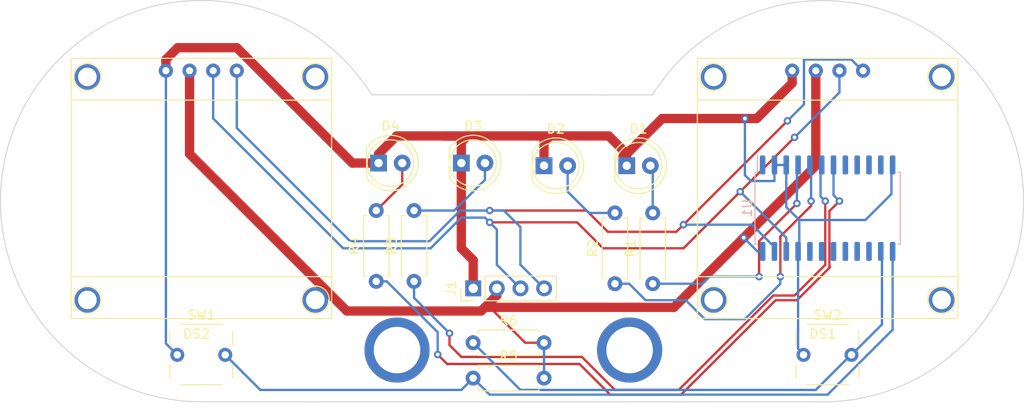
<source format=kicad_pcb>
(kicad_pcb (version 20211014) (generator pcbnew)
  (layers (0 "F.Cu" signal) (31 "B.Cu" signal) (34 "B.Paste" user) (35 "F.Paste" user) (36 "B.SilkS" user "B.Silkscreen") (37 "F.SilkS" user "F.Silkscreen") (38 "B.Mask" user) (39 "F.Mask" user) (44 "Edge.Cuts" user))
  (net 0 "")
  (net 1 "GND")
  (net 2 "SCL")
  (net 3 "SDA")
  (net 4 "Net-(D1-Pad2)")
  (net 5 "Net-(D2-Pad2)")
  (net 6 "Net-(D3-Pad2)")
  (net 7 "Net-(D4-Pad2)")
  (net 8 "Net-(R1-Pad1)")
  (net 9 "Net-(R2-Pad1)")
  (net 10 "Net-(R3-Pad1)")
  (net 11 "Net-(R4-Pad1)")
  (net 12 "Net-(R5-Pad1)")
  (net 13 "Net-(R6-Pad1)")
  (net 25 "+3V3")
  (footprint "Button_Switch_THT:SW_PUSH_6mm_2pin" (layer "F.Cu") (at 57.751717 37.68)
    (fp_text reference "SW2" (at 3.25 -2) (layer "F.SilkS"))
    (fp_text value "SW_Push")
    (fp_line (start 5.5 -1) (end 1 -1) (layer "F.SilkS") (width 0.12))
    (fp_line (start -0.1524 3.326) (end -0.1524 4.826) (layer "F.SilkS") (width 0.12))
    (fp_line (start 6.604 1.246) (end 6.604 -0.254) (layer "F.SilkS") (width 0.12))
    (fp_line (start 1 5.5) (end 5.5 5.5) (layer "F.SilkS") (width 0.12))
    (fp_line (start 6.604 4.826) (end 6.604 3.326) (layer "F.SilkS") (width 0.12))
    (fp_line (start -0.1524 -0.254) (end -0.1524 1.246) (layer "F.SilkS") (width 0.12))
    (pad "1" thru_hole circle (at 5.8166 2.286 90) (size 1.5 1.5) (drill 0.8) (layers *.Cu *.Mask) (net 13 "Net-(R6-Pad1)"))
    (pad "2" thru_hole circle (at 0.6604 2.286 90) (size 1.5 1.5) (drill 0.8) (layers *.Cu *.Mask) (net 1 "GND"))
  )
  (footprint "Resistor_THT:R_Axial_DIN0207_L6.3mm_D2.5mm_P7.62mm_Horizontal" (layer "F.Cu") (at 16.551717 32.056 90)
    (fp_text reference "R3" (at 3.81 -2.37 90) (layer "F.SilkS"))
    (fp_text value "470")
    (fp_line (start 7.08 1.37) (end 7.08 1.04) (layer "F.SilkS") (width 0.12))
    (fp_line (start 0.54 1.37) (end 7.08 1.37) (layer "F.SilkS") (width 0.12))
    (fp_line (start 7.08 -1.37) (end 7.08 -1.04) (layer "F.SilkS") (width 0.12))
    (fp_line (start 0.54 -1.04) (end 0.54 -1.37) (layer "F.SilkS") (width 0.12))
    (fp_line (start 0.54 -1.37) (end 7.08 -1.37) (layer "F.SilkS") (width 0.12))
    (fp_line (start 0.54 1.04) (end 0.54 1.37) (layer "F.SilkS") (width 0.12))
    (pad "1" thru_hole circle (at 0 0 90) (size 1.6 1.6) (drill 0.8) (layers *.Cu *.Mask) (net 10 "Net-(R3-Pad1)"))
    (pad "2" thru_hole oval (at 7.62 0 90) (size 1.6 1.6) (drill 0.8) (layers *.Cu *.Mask) (net 6 "Net-(D3-Pad2)"))
  )
  (footprint "LED_THT:LED_D5.0mm" (layer "F.Cu") (at 21.631717 19.325)
    (fp_text reference "D3" (at 1.27 -3.96) (layer "F.SilkS"))
    (fp_text value "LED")
    (fp_line (start -1.29 -1.545) (end -1.29 1.545) (layer "F.SilkS") (width 0.12))
    (fp_arc (start 4.26 -0.000462) (mid 2.072002 2.880433) (end -1.29 1.54483) (layer "F.SilkS") (width 0.12))
    (fp_arc (start -1.29 -1.54483) (mid 2.072002 -2.880433) (end 4.26 0.000462) (layer "F.SilkS") (width 0.12))
    (fp_circle (center 1.27 0) (end 3.77 0) (layer "F.SilkS") (width 0.12) (fill none))
    (pad "1" thru_hole rect (at 0 0) (size 1.8 1.8) (drill 0.9) (layers *.Cu *.Mask) (net 1 "GND"))
    (pad "2" thru_hole circle (at 2.54 0) (size 1.8 1.8) (drill 0.9) (layers *.Cu *.Mask) (net 6 "Net-(D3-Pad2)"))
  )
  (footprint "Button_Switch_THT:SW_PUSH_6mm_2pin" (layer "F.Cu") (at -9.558283 37.68)
    (fp_text reference "SW1" (at 3.25 -2) (layer "F.SilkS"))
    (fp_text value "SW_Push")
    (fp_line (start -0.1524 -0.254) (end -0.1524 1.246) (layer "F.SilkS") (width 0.12))
    (fp_line (start 6.604 4.826) (end 6.604 3.326) (layer "F.SilkS") (width 0.12))
    (fp_line (start 6.604 1.246) (end 6.604 -0.254) (layer "F.SilkS") (width 0.12))
    (fp_line (start 5.5 -1) (end 1 -1) (layer "F.SilkS") (width 0.12))
    (fp_line (start -0.1524 3.326) (end -0.1524 4.826) (layer "F.SilkS") (width 0.12))
    (fp_line (start 1 5.5) (end 5.5 5.5) (layer "F.SilkS") (width 0.12))
    (pad "1" thru_hole circle (at 5.8166 2.286 90) (size 1.5 1.5) (drill 0.8) (layers *.Cu *.Mask) (net 12 "Net-(R5-Pad1)"))
    (pad "2" thru_hole circle (at 0.6604 2.286 90) (size 1.5 1.5) (drill 0.8) (layers *.Cu *.Mask) (net 1 "GND"))
  )
  (footprint "LED_THT:LED_D5.0mm" (layer "F.Cu") (at 39.411717 19.61)
    (fp_text reference "D1" (at 1.27 -3.96) (layer "F.SilkS"))
    (fp_text value "LED")
    (fp_line (start -1.29 -1.545) (end -1.29 1.545) (layer "F.SilkS") (width 0.12))
    (fp_arc (start 4.26 -0.000462) (mid 2.072002 2.880433) (end -1.29 1.54483) (layer "F.SilkS") (width 0.12))
    (fp_arc (start -1.29 -1.54483) (mid 2.072002 -2.880433) (end 4.26 0.000462) (layer "F.SilkS") (width 0.12))
    (fp_circle (center 1.27 0) (end 3.77 0) (layer "F.SilkS") (width 0.12) (fill none))
    (pad "1" thru_hole rect (at 0 0) (size 1.8 1.8) (drill 0.9) (layers *.Cu *.Mask) (net 1 "GND"))
    (pad "2" thru_hole circle (at 2.54 0) (size 1.8 1.8) (drill 0.9) (layers *.Cu *.Mask) (net 4 "Net-(D1-Pad2)"))
  )
  (footprint "Connector_PinHeader_2.54mm:PinHeader_1x04_P2.54mm_Vertical" (layer "F.Cu") (at 22.911717 32.81 90)
    (fp_text reference "J1" (at 0 -2.33 90) (layer "F.SilkS"))
    (fp_text value "Conn_02x04_Counter_Clockwise")
    (fp_line (start -1.33 0) (end -1.33 -1.33) (layer "F.SilkS") (width 0.12))
    (fp_line (start -1.33 1.27) (end -1.33 8.95) (layer "F.SilkS") (width 0.12))
    (fp_line (start -1.33 8.95) (end 1.33 8.95) (layer "F.SilkS") (width 0.12))
    (fp_line (start -1.33 1.27) (end 1.33 1.27) (layer "F.SilkS") (width 0.12))
    (fp_line (start -1.33 -1.33) (end 0 -1.33) (layer "F.SilkS") (width 0.12))
    (fp_line (start 1.33 1.27) (end 1.33 8.95) (layer "F.SilkS") (width 0.12))
    (pad "1" thru_hole rect (at 0 0 90) (size 1.7 1.7) (drill 1) (layers *.Cu *.Mask) (net 1 "GND"))
    (pad "2" thru_hole oval (at 0 2.54 90) (size 1.7 1.7) (drill 1) (layers *.Cu *.Mask) (net 25 "+3V3"))
    (pad "3" thru_hole oval (at 0 5.08 90) (size 1.7 1.7) (drill 1) (layers *.Cu *.Mask) (net 2 "SCL"))
    (pad "4" thru_hole oval (at 0 7.62 90) (size 1.7 1.7) (drill 1) (layers *.Cu *.Mask) (net 3 "SDA"))
  )
  (footprint "Resistor_THT:R_Axial_DIN0207_L6.3mm_D2.5mm_P7.62mm_Horizontal" (layer "F.Cu") (at 42.205717 32.31 90)
    (fp_text reference "R1" (at 3.81 -2.37 90) (layer "F.SilkS"))
    (fp_text value "470")
    (fp_line (start 0.54 -1.04) (end 0.54 -1.37) (layer "F.SilkS") (width 0.12))
    (fp_line (start 7.08 -1.37) (end 7.08 -1.04) (layer "F.SilkS") (width 0.12))
    (fp_line (start 7.08 1.37) (end 7.08 1.04) (layer "F.SilkS") (width 0.12))
    (fp_line (start 0.54 1.37) (end 7.08 1.37) (layer "F.SilkS") (width 0.12))
    (fp_line (start 0.54 1.04) (end 0.54 1.37) (layer "F.SilkS") (width 0.12))
    (fp_line (start 0.54 -1.37) (end 7.08 -1.37) (layer "F.SilkS") (width 0.12))
    (pad "1" thru_hole circle (at 0 0 90) (size 1.6 1.6) (drill 0.8) (layers *.Cu *.Mask) (net 8 "Net-(R1-Pad1)"))
    (pad "2" thru_hole oval (at 7.62 0 90) (size 1.6 1.6) (drill 0.8) (layers *.Cu *.Mask) (net 4 "Net-(D1-Pad2)"))
  )
  (footprint "LED_THT:LED_D5.0mm" (layer "F.Cu") (at 30.521717 19.61)
    (fp_text reference "D2" (at 1.27 -3.96) (layer "F.SilkS"))
    (fp_text value "LED")
    (fp_line (start -1.29 -1.545) (end -1.29 1.545) (layer "F.SilkS") (width 0.12))
    (fp_arc (start -1.29 -1.54483) (mid 2.072002 -2.880433) (end 4.26 0.000462) (layer "F.SilkS") (width 0.12))
    (fp_arc (start 4.26 -0.000462) (mid 2.072002 2.880433) (end -1.29 1.54483) (layer "F.SilkS") (width 0.12))
    (fp_circle (center 1.27 0) (end 3.77 0) (layer "F.SilkS") (width 0.12) (fill none))
    (pad "1" thru_hole rect (at 0 0) (size 1.8 1.8) (drill 0.9) (layers *.Cu *.Mask) (net 1 "GND"))
    (pad "2" thru_hole circle (at 2.54 0) (size 1.8 1.8) (drill 0.9) (layers *.Cu *.Mask) (net 5 "Net-(D2-Pad2)"))
  )
  (footprint "Resistor_THT:R_Axial_DIN0207_L6.3mm_D2.5mm_P7.62mm_Horizontal" (layer "F.Cu") (at 22.901717 38.66)
    (fp_text reference "R6" (at 3.81 -2.37) (layer "F.SilkS"))
    (fp_text value "R")
    (fp_line (start 0.54 -1.37) (end 7.08 -1.37) (layer "F.SilkS") (width 0.12))
    (fp_line (start 0.54 -1.04) (end 0.54 -1.37) (layer "F.SilkS") (width 0.12))
    (fp_line (start 0.54 1.37) (end 7.08 1.37) (layer "F.SilkS") (width 0.12))
    (fp_line (start 7.08 1.37) (end 7.08 1.04) (layer "F.SilkS") (width 0.12))
    (fp_line (start 7.08 -1.37) (end 7.08 -1.04) (layer "F.SilkS") (width 0.12))
    (fp_line (start 0.54 1.04) (end 0.54 1.37) (layer "F.SilkS") (width 0.12))
    (pad "1" thru_hole circle (at 0 0) (size 1.6 1.6) (drill 0.8) (layers *.Cu *.Mask) (net 13 "Net-(R6-Pad1)"))
    (pad "2" thru_hole oval (at 7.62 0) (size 1.6 1.6) (drill 0.8) (layers *.Cu *.Mask) (net 25 "+3V3"))
  )
  (footprint "Display:OLED__module_128x64" (layer "F.Cu") (at -6.308283 36.055)
    (fp_text reference "DS2" (at -0.52 1.67 180) (layer "F.SilkS"))
    (fp_text value "OLED_module_128x64-Display_Graphic")
    (fp_line (start 0 0) (end -14 0) (layer "F.SilkS") (width 0.12))
    (fp_line (start -14 -23.5) (end 14 -23.5) (layer "F.SilkS") (width 0.12))
    (fp_line (start 14 -28) (end 14 0) (layer "F.SilkS") (width 0.12))
    (fp_line (start 14 0) (end 0 0) (layer "F.SilkS") (width 0.12))
    (fp_line (start -14 0) (end -14 -28) (layer "F.SilkS") (width 0.12))
    (fp_line (start 14 -4.5) (end -14 -4.5) (layer "F.SilkS") (width 0.12))
    (fp_line (start -14 -28) (end 14 -28) (layer "F.SilkS") (width 0.12))
    (fp_circle (center -12.25 -2) (end -10.75 -2) (layer "F.SilkS") (width 0.12) (fill none))
    (fp_circle (center 12.25 -2) (end 13.75 -2) (layer "F.SilkS") (width 0.12) (fill none))
    (fp_circle (center 12.25 -26) (end 13.75 -26) (layer "F.SilkS") (width 0.12) (fill none))
    (fp_circle (center -12.25 -26) (end -10.75 -26) (layer "F.SilkS") (width 0.12) (fill none))
    (pad "" thru_hole circle (at -12.25 -2) (size 2.75 2.75) (drill 2) (layers *.Cu *.Mask))
    (pad "" thru_hole circle (at 12.25 -26) (size 2.75 2.75) (drill 2) (layers *.Cu *.Mask))
    (pad "" thru_hole circle (at 12.25 -2) (size 2.75 2.75) (drill 2) (layers *.Cu *.Mask))
    (pad "" thru_hole circle (at -12.25 -26) (size 2.75 2.75) (drill 2) (layers *.Cu *.Mask))
    (pad "1" thru_hole circle (at -3.81 -26.67) (size 1.524 1.524) (drill 0.762) (layers *.Cu *.Mask) (net 1 "GND"))
    (pad "2" thru_hole circle (at -1.27 -26.67) (size 1.524 1.524) (drill 0.762) (layers *.Cu *.Mask) (net 25 "+3V3"))
    (pad "3" thru_hole circle (at 1.27 -26.67) (size 1.524 1.524) (drill 0.762) (layers *.Cu *.Mask) (net 2 "SCL"))
    (pad "4" thru_hole circle (at 3.81 -26.67) (size 1.524 1.524) (drill 0.762) (layers *.Cu *.Mask) (net 3 "SDA"))
  )
  (footprint "Resistor_THT:R_Axial_DIN0207_L6.3mm_D2.5mm_P7.62mm_Horizontal" (layer "F.Cu") (at 12.487717 32.056 90)
    (fp_text reference "R4" (at 3.81 -2.37 90) (layer "F.SilkS"))
    (fp_text value "470")
    (fp_line (start 7.08 -1.37) (end 7.08 -1.04) (layer "F.SilkS") (width 0.12))
    (fp_line (start 7.08 1.37) (end 7.08 1.04) (layer "F.SilkS") (width 0.12))
    (fp_line (start 0.54 -1.37) (end 7.08 -1.37) (layer "F.SilkS") (width 0.12))
    (fp_line (start 0.54 1.37) (end 7.08 1.37) (layer "F.SilkS") (width 0.12))
    (fp_line (start 0.54 1.04) (end 0.54 1.37) (layer "F.SilkS") (width 0.12))
    (fp_line (start 0.54 -1.04) (end 0.54 -1.37) (layer "F.SilkS") (width 0.12))
    (pad "1" thru_hole circle (at 0 0 90) (size 1.6 1.6) (drill 0.8) (layers *.Cu *.Mask) (net 11 "Net-(R4-Pad1)"))
    (pad "2" thru_hole oval (at 7.62 0 90) (size 1.6 1.6) (drill 0.8) (layers *.Cu *.Mask) (net 7 "Net-(D4-Pad2)"))
  )
  (footprint "Resistor_THT:R_Axial_DIN0207_L6.3mm_D2.5mm_P7.62mm_Horizontal" (layer "F.Cu") (at 38.141717 32.31 90)
    (fp_text reference "R2" (at 3.81 -2.37 90) (layer "F.SilkS"))
    (fp_text value "470")
    (fp_line (start 7.08 1.37) (end 7.08 1.04) (layer "F.SilkS") (width 0.12))
    (fp_line (start 0.54 1.37) (end 7.08 1.37) (layer "F.SilkS") (width 0.12))
    (fp_line (start 0.54 -1.04) (end 0.54 -1.37) (layer "F.SilkS") (width 0.12))
    (fp_line (start 7.08 -1.37) (end 7.08 -1.04) (layer "F.SilkS") (width 0.12))
    (fp_line (start 0.54 1.04) (end 0.54 1.37) (layer "F.SilkS") (width 0.12))
    (fp_line (start 0.54 -1.37) (end 7.08 -1.37) (layer "F.SilkS") (width 0.12))
    (pad "1" thru_hole circle (at 0 0 90) (size 1.6 1.6) (drill 0.8) (layers *.Cu *.Mask) (net 9 "Net-(R2-Pad1)"))
    (pad "2" thru_hole oval (at 7.62 0 90) (size 1.6 1.6) (drill 0.8) (layers *.Cu *.Mask) (net 5 "Net-(D2-Pad2)"))
  )
  (footprint "Resistor_THT:R_Axial_DIN0207_L6.3mm_D2.5mm_P7.62mm_Horizontal" (layer "F.Cu") (at 22.901717 42.47)
    (fp_text reference "R5" (at 3.81 -2.37) (layer "F.SilkS"))
    (fp_text value "R")
    (fp_line (start 7.08 1.37) (end 7.08 1.04) (layer "F.SilkS") (width 0.12))
    (fp_line (start 7.08 -1.37) (end 7.08 -1.04) (layer "F.SilkS") (width 0.12))
    (fp_line (start 0.54 1.37) (end 7.08 1.37) (layer "F.SilkS") (width 0.12))
    (fp_line (start 0.54 1.04) (end 0.54 1.37) (layer "F.SilkS") (width 0.12))
    (fp_line (start 0.54 -1.37) (end 7.08 -1.37) (layer "F.SilkS") (width 0.12))
    (fp_line (start 0.54 -1.04) (end 0.54 -1.37) (layer "F.SilkS") (width 0.12))
    (pad "1" thru_hole circle (at 0 0) (size 1.6 1.6) (drill 0.8) (layers *.Cu *.Mask) (net 12 "Net-(R5-Pad1)"))
    (pad "2" thru_hole oval (at 7.62 0) (size 1.6 1.6) (drill 0.8) (layers *.Cu *.Mask) (net 25 "+3V3"))
  )
  (footprint "Display:OLED__module_128x64" (layer "F.Cu") (at 61.001717 36.055)
    (fp_text reference "DS1" (at -0.52 1.67 180) (layer "F.SilkS"))
    (fp_text value "OLED_module_128x64-Display_Graphic")
    (fp_line (start 0 0) (end -14 0) (layer "F.SilkS") (width 0.12))
    (fp_line (start 14 -28) (end 14 0) (layer "F.SilkS") (width 0.12))
    (fp_line (start -14 -28) (end 14 -28) (layer "F.SilkS") (width 0.12))
    (fp_line (start -14 -23.5) (end 14 -23.5) (layer "F.SilkS") (width 0.12))
    (fp_line (start 14 -4.5) (end -14 -4.5) (layer "F.SilkS") (width 0.12))
    (fp_line (start 14 0) (end 0 0) (layer "F.SilkS") (width 0.12))
    (fp_line (start -14 0) (end -14 -28) (layer "F.SilkS") (width 0.12))
    (fp_circle (center 12.25 -26) (end 13.75 -26) (layer "F.SilkS") (width 0.12) (fill none))
    (fp_circle (center -12.25 -2) (end -10.75 -2) (layer "F.SilkS") (width 0.12) (fill none))
    (fp_circle (center 12.25 -2) (end 13.75 -2) (layer "F.SilkS") (width 0.12) (fill none))
    (fp_circle (center -12.25 -26) (end -10.75 -26) (layer "F.SilkS") (width 0.12) (fill none))
    (pad "" thru_hole circle (at -12.25 -26) (size 2.75 2.75) (drill 2) (layers *.Cu *.Mask))
    (pad "" thru_hole circle (at 12.25 -26) (size 2.75 2.75) (drill 2) (layers *.Cu *.Mask))
    (pad "" thru_hole circle (at 12.25 -2) (size 2.75 2.75) (drill 2) (layers *.Cu *.Mask))
    (pad "" thru_hole circle (at -12.25 -2) (size 2.75 2.75) (drill 2) (layers *.Cu *.Mask))
    (pad "1" thru_hole circle (at -3.81 -26.67) (size 1.524 1.524) (drill 0.762) (layers *.Cu *.Mask) (net 1 "GND"))
    (pad "2" thru_hole circle (at -1.27 -26.67) (size 1.524 1.524) (drill 0.762) (layers *.Cu *.Mask) (net 25 "+3V3"))
    (pad "3" thru_hole circle (at 1.27 -26.67) (size 1.524 1.524) (drill 0.762) (layers *.Cu *.Mask) (net 2 "SCL"))
    (pad "4" thru_hole circle (at 3.81 -26.67) (size 1.524 1.524) (drill 0.762) (layers *.Cu *.Mask) (net 3 "SDA"))
  )
  (footprint "LED_THT:LED_D5.0mm" (layer "F.Cu") (at 12.741717 19.325)
    (fp_text reference "D4" (at 1.27 -3.96) (layer "F.SilkS"))
    (fp_text value "LED")
    (fp_line (start -1.29 -1.545) (end -1.29 1.545) (layer "F.SilkS") (width 0.12))
    (fp_arc (start 4.26 -0.000462) (mid 2.072002 2.880433) (end -1.29 1.54483) (layer "F.SilkS") (width 0.12))
    (fp_arc (start -1.29 -1.54483) (mid 2.072002 -2.880433) (end 4.26 0.000462) (layer "F.SilkS") (width 0.12))
    (fp_circle (center 1.27 0) (end 3.77 0) (layer "F.SilkS") (width 0.12) (fill none))
    (pad "1" thru_hole rect (at 0 0) (size 1.8 1.8) (drill 0.9) (layers *.Cu *.Mask) (net 1 "GND"))
    (pad "2" thru_hole circle (at 2.54 0) (size 1.8 1.8) (drill 0.9) (layers *.Cu *.Mask) (net 7 "Net-(D4-Pad2)"))
  )
  (footprint "Package_SO:SOIC-24W_7.5x15.4mm_P1.27mm" (layer "B.Cu") (at 61.001717 24.182 -90)
    (fp_text reference "U1" (at 0 8.65 90) (layer "B.SilkS") (effects (justify mirror)))
    (fp_text value "PCA9555D")
    (fp_line (start 0 7.81) (end -3.86 7.81) (layer "B.SilkS") (width 0.12))
    (fp_line (start 0 -7.81) (end 3.86 -7.81) (layer "B.SilkS") (width 0.12))
    (fp_line (start -3.86 -7.81) (end -3.86 -7.545) (layer "B.SilkS") (width 0.12))
    (fp_line (start 0 7.81) (end 3.86 7.81) (layer "B.SilkS") (width 0.12))
    (fp_line (start 0 -7.81) (end -3.86 -7.81) (layer "B.SilkS") (width 0.12))
    (fp_line (start 3.86 -7.81) (end 3.86 -7.545) (layer "B.SilkS") (width 0.12))
    (fp_line (start 3.86 7.81) (end 3.86 7.545) (layer "B.SilkS") (width 0.12))
    (fp_line (start -3.86 7.81) (end -3.86 7.545) (layer "B.SilkS") (width 0.12))
    (fp_line (start -3.86 7.545) (end -5.675 7.545) (layer "B.SilkS") (width 0.12))
    (pad "1" smd roundrect (at -4.65 6.985 270) (size 2.05 0.6) (layers "B.Cu" "B.Paste" "B.Mask"))
    (pad "2" smd roundrect (at -4.65 5.715 270) (size 2.05 0.6) (layers "B.Cu" "B.Paste" "B.Mask") (net 1 "GND"))
    (pad "3" smd roundrect (at -4.65 4.445 270) (size 2.05 0.6) (layers "B.Cu" "B.Paste" "B.Mask") (net 1 "GND"))
    (pad "4" smd roundrect (at -4.65 3.175 270) (size 2.05 0.6) (layers "B.Cu" "B.Paste" "B.Mask") (net 8 "Net-(R1-Pad1)"))
    (pad "5" smd roundrect (at -4.65 1.905 270) (size 2.05 0.6) (layers "B.Cu" "B.Paste" "B.Mask") (net 9 "Net-(R2-Pad1)"))
    (pad "6" smd roundrect (at -4.65 0.635 270) (size 2.05 0.6) (layers "B.Cu" "B.Paste" "B.Mask") (net 10 "Net-(R3-Pad1)"))
    (pad "7" smd roundrect (at -4.65 -0.635 270) (size 2.05 0.6) (layers "B.Cu" "B.Paste" "B.Mask") (net 11 "Net-(R4-Pad1)"))
    (pad "8" smd roundrect (at -4.65 -1.905 270) (size 2.05 0.6) (layers "B.Cu" "B.Paste" "B.Mask"))
    (pad "9" smd roundrect (at -4.65 -3.175 270) (size 2.05 0.6) (layers "B.Cu" "B.Paste" "B.Mask"))
    (pad "10" smd roundrect (at -4.65 -4.445 270) (size 2.05 0.6) (layers "B.Cu" "B.Paste" "B.Mask"))
    (pad "11" smd roundrect (at -4.65 -5.715 270) (size 2.05 0.6) (layers "B.Cu" "B.Paste" "B.Mask"))
    (pad "12" smd roundrect (at -4.65 -6.985 270) (size 2.05 0.6) (layers "B.Cu" "B.Paste" "B.Mask") (net 1 "GND"))
    (pad "13" smd roundrect (at 4.65 -6.985 270) (size 2.05 0.6) (layers "B.Cu" "B.Paste" "B.Mask") (net 12 "Net-(R5-Pad1)"))
    (pad "14" smd roundrect (at 4.65 -5.715 270) (size 2.05 0.6) (layers "B.Cu" "B.Paste" "B.Mask") (net 13 "Net-(R6-Pad1)"))
    (pad "15" smd roundrect (at 4.65 -4.445 270) (size 2.05 0.6) (layers "B.Cu" "B.Paste" "B.Mask"))
    (pad "16" smd roundrect (at 4.65 -3.175 270) (size 2.05 0.6) (layers "B.Cu" "B.Paste" "B.Mask"))
    (pad "17" smd roundrect (at 4.65 -1.905 270) (size 2.05 0.6) (layers "B.Cu" "B.Paste" "B.Mask"))
    (pad "18" smd roundrect (at 4.65 -0.635 270) (size 2.05 0.6) (layers "B.Cu" "B.Paste" "B.Mask"))
    (pad "19" smd roundrect (at 4.65 0.635 270) (size 2.05 0.6) (layers "B.Cu" "B.Paste" "B.Mask"))
    (pad "20" smd roundrect (at 4.65 1.905 270) (size 2.05 0.6) (layers "B.Cu" "B.Paste" "B.Mask"))
    (pad "21" smd roundrect (at 4.65 3.175 270) (size 2.05 0.6) (layers "B.Cu" "B.Paste" "B.Mask") (net 1 "GND"))
    (pad "22" smd roundrect (at 4.65 4.445 270) (size 2.05 0.6) (layers "B.Cu" "B.Paste" "B.Mask") (net 2 "SCL"))
    (pad "23" smd roundrect (at 4.65 5.715 270) (size 2.05 0.6) (layers "B.Cu" "B.Paste" "B.Mask") (net 3 "SDA"))
    (pad "24" smd roundrect (at 4.65 6.985 270) (size 2.05 0.6) (layers "B.Cu" "B.Paste" "B.Mask") (net 25 "+3V3"))
  )
  (gr_arc (start -6.308283 45.01) (mid -25.19332 12.953013) (end 12 11.977323) (layer "Edge.Cuts") (width 0.1))
  (gr_line (start 12 11.977323) (end 42.165151 11.99) (layer "Edge.Cuts") (width 0.1))
  (gr_line (start -6.308283 45.01) (end 60.473434 45.022677) (layer "Edge.Cuts") (width 0.1))
  (gr_arc (start 42.165151 11.99) (mid 79.35847 12.96569) (end 60.473434 45.022677) (layer "Edge.Cuts") (width 0.1))
  (via (at 14.721717 39.45) (size 7) (drill 5) (layers "F.Cu" "B.Cu") (net 0))
  (via (at 39.721717 39.45) (size 7) (drill 5) (layers "F.Cu" "B.Cu") (net 0))
  (segment (start -2.498283 6.91) (end 9.916717 19.325) (width 1) (layer "F.Cu") (net 1))
  (segment (start 31.181717 16.41) (end 37.481717 16.41) (width 1) (layer "F.Cu") (net 1))
  (segment (start 14.671717 16.41) (end 12.741717 18.34) (width 1) (layer "F.Cu") (net 1))
  (segment (start 9.916717 19.325) (end 12.741717 19.325) (width 1) (layer "F.Cu") (net 1))
  (segment (start -8.848283 6.91) (end -2.498283 6.91) (width 1) (layer "F.Cu") (net 1))
  (segment (start 39.411717 18.34) (end 39.411717 19.61) (width 1) (layer "F.Cu") (net 1))
  (segment (start 21.021717 16.41) (end 19.751717 16.41) (width 1) (layer "F.Cu") (net 1))
  (segment (start 20.971717 16.41) (end 22.291717 16.41) (width 1) (layer "F.Cu") (net 1))
  (segment (start -10.118283 9.385) (end -10.118283 8.18) (width 1) (layer "F.Cu") (net 1))
  (segment (start 21.631717 28.5) (end 21.631717 19.325) (width 1) (layer "F.Cu") (net 1))
  (segment (start 22.291717 16.41) (end 29.861717 16.41) (width 1) (layer "F.Cu") (net 1))
  (segment (start 53.381717 14.53) (end 57.191717 10.72) (width 1) (layer "F.Cu") (net 1))
  (segment (start 30.521717 17.07) (end 31.181717 16.41) (width 1) (layer "F.Cu") (net 1))
  (segment (start 57.191717 10.72) (end 57.191717 9.45) (width 1) (layer "F.Cu") (net 1))
  (segment (start 39.021717 17.95) (end 39.021717 18.73) (width 1) (layer "F.Cu") (net 1))
  (segment (start 30.521717 19.61) (end 30.521717 17.07) (width 1) (layer "F.Cu") (net 1))
  (segment (start 43.221717 14.53) (end 53.381717 14.53) (width 1) (layer "F.Cu") (net 1))
  (segment (start 21.631717 17.07) (end 22.291717 16.41) (width 1) (layer "F.Cu") (net 1))
  (segment (start 19.751717 16.41) (end 20.971717 16.41) (width 1) (layer "F.Cu") (net 1))
  (segment (start 29.861717 16.41) (end 31.181717 16.41) (width 1) (layer "F.Cu") (net 1))
  (segment (start 21.631717 28.5) (end 22.911717 29.78) (width 1) (layer "F.Cu") (net 1))
  (segment (start 39.021717 18.73) (end 43.221717 14.53) (width 1) (layer "F.Cu") (net 1))
  (segment (start 14.671717 16.41) (end 20.971717 16.41) (width 1) (layer "F.Cu") (net 1))
  (segment (start -10.118283 8.18) (end -8.848283 6.91) (width 1) (layer "F.Cu") (net 1))
  (segment (start 22.911717 29.78) (end 22.911717 32.81) (width 1) (layer "F.Cu") (net 1))
  (segment (start 37.481717 16.41) (end 39.021717 17.95) (width 1) (layer "F.Cu") (net 1))
  (segment (start 21.631717 19.325) (end 21.631717 17.07) (width 1) (layer "F.Cu") (net 1))
  (segment (start 12.741717 18.34) (end 12.741717 19.61) (width 1) (layer "F.Cu") (net 1))
  (via (at 52.111717 14.53) (size 0.8) (drill 0.4) (layers "F.Cu" "B.Cu") (net 1))
  (segment (start 65.065717 25.452) (end 67.859717 22.658) (width 0.25) (layer "B.Cu") (net 1))
  (segment (start 57.953717 25.452) (end 57.953717 28.754) (width 0.25) (layer "B.Cu") (net 1))
  (segment (start -8.897883 39.966) (end -10.118283 38.7456) (width 0.25) (layer "B.Cu") (net 1))
  (segment (start 57.953717 25.452) (end 65.065717 25.452) (width 0.25) (layer "B.Cu") (net 1))
  (segment (start -10.118283 38.7456) (end -10.118283 9.45) (width 0.25) (layer "B.Cu") (net 1))
  (segment (start 67.859717 22.658) (end 67.859717 19.356) (width 0.25) (layer "B.Cu") (net 1))
  (segment (start 55.286717 21.261) (end 52.746717 21.261) (width 0.25) (layer "B.Cu") (net 1))
  (segment (start 56.556717 24.055) (end 57.953717 25.452) (width 0.25) (layer "B.Cu") (net 1))
  (segment (start 52.111717 20.626) (end 52.111717 14.53) (width 0.25) (layer "B.Cu") (net 1))
  (segment (start 55.286717 19.532) (end 56.605717 19.532) (width 0.25) (layer "B.Cu") (net 1))
  (segment (start 52.746717 21.261) (end 52.111717 20.626) (width 0.25) (layer "B.Cu") (net 1))
  (segment (start 57.826717 28.832) (end 57.826717 39.295) (width 0.25) (layer "B.Cu") (net 1))
  (segment (start 56.556717 19.532) (end 56.556717 24.055) (width 0.25) (layer "B.Cu") (net 1))
  (segment (start 55.286717 19.532) (end 55.286717 21.261) (width 0.25) (layer "B.Cu") (net 1))
  (segment (start 57.826717 39.295) (end 58.461717 39.93) (width 0.25) (layer "B.Cu") (net 1))
  (segment (start 36.871717 28.5) (end 45.507717 28.5) (width 0.25) (layer "F.Cu") (net 2))
  (segment (start 24.679717 25.706) (end 34.077717 25.706) (width 0.25) (layer "F.Cu") (net 2))
  (segment (start 34.077717 25.706) (end 36.871717 28.5) (width 0.25) (layer "F.Cu") (net 2))
  (segment (start 45.507717 28.5) (end 51.603717 22.404) (width 0.25) (layer "F.Cu") (net 2))
  (segment (start 51.603717 22.404) (end 57.445717 16.562) (width 0.25) (layer "F.Cu") (net 2))
  (via (at 57.445717 16.562) (size 0.8) (drill 0.4) (layers "F.Cu" "B.Cu") (net 2))
  (via (at 51.603717 22.404) (size 0.8) (drill 0.4) (layers "F.Cu" "B.Cu") (net 2))
  (via (at 24.679717 25.706) (size 0.8) (drill 0.4) (layers "F.Cu" "B.Cu") (net 2))
  (segment (start 8.931717 28.5) (end 18.329717 28.5) (width 0.25) (layer "B.Cu") (net 2))
  (segment (start 62.271717 11.736) (end 62.271717 9.45) (width 0.25) (layer "B.Cu") (net 2))
  (segment (start 26.711717 31.53) (end 27.991717 32.81) (width 0.25) (layer "B.Cu") (net 2))
  (segment (start 25.451717 26.478) (end 25.451717 30.27) (width 0.25) (layer "B.Cu") (net 2))
  (segment (start 24.171717 25.198) (end 24.679717 25.706) (width 0.25) (layer "B.Cu") (net 2))
  (segment (start 56.556717 27.357) (end 51.603717 22.404) (width 0.25) (layer "B.Cu") (net 2))
  (segment (start -5.038283 14.53) (end 8.931717 28.5) (width 0.25) (layer "B.Cu") (net 2))
  (segment (start 25.451717 30.27) (end 26.711717 31.53) (width 0.25) (layer "B.Cu") (net 2))
  (segment (start 18.329717 28.5) (end 21.631717 25.198) (width 0.25) (layer "B.Cu") (net 2))
  (segment (start 57.445717 16.562) (end 62.271717 11.736) (width 0.25) (layer "B.Cu") (net 2))
  (segment (start 24.679717 25.706) (end 25.451717 26.478) (width 0.25) (layer "B.Cu") (net 2))
  (segment (start -5.038283 10.72) (end -5.038283 9.45) (width 0.25) (layer "B.Cu") (net 2))
  (segment (start 21.631717 25.198) (end 24.171717 25.198) (width 0.25) (layer "B.Cu") (net 2))
  (segment (start 56.556717 28.832) (end 56.556717 27.357) (width 0.25) (layer "B.Cu") (net 2))
  (segment (start -5.038283 10.72) (end -5.038283 14.53) (width 0.25) (layer "B.Cu") (net 2))
  (segment (start 24.679717 24.436) (end 35.093717 24.436) (width 0.25) (layer "F.Cu") (net 3))
  (segment (start 35.093717 24.436) (end 37.379717 26.722) (width 0.25) (layer "F.Cu") (net 3))
  (segment (start 37.379717 26.722) (end 44.745717 26.722) (width 0.25) (layer "F.Cu") (net 3))
  (segment (start 30.531717 32.81) (end 30.531717 32.828) (width 0.25) (layer "F.Cu") (net 3))
  (segment (start 44.745717 26.722) (end 56.683717 14.784) (width 0.25) (layer "F.Cu") (net 3))
  (via (at 45.507717 25.96) (size 0.8) (drill 0.4) (layers "F.Cu" "B.Cu") (net 3))
  (via (at 24.679717 24.436) (size 0.8) (drill 0.4) (layers "F.Cu" "B.Cu") (net 3))
  (via (at 56.683717 14.784) (size 0.8) (drill 0.4) (layers "F.Cu" "B.Cu") (net 3))
  (segment (start 26.203717 24.436) (end 27.981717 26.214) (width 0.25) (layer "B.Cu") (net 3))
  (segment (start 18.203435 27.738) (end 9.693717 27.738) (width 0.25) (layer "B.Cu") (net 3))
  (segment (start 27.981717 26.214) (end 27.981717 30.26) (width 0.25) (layer "B.Cu") (net 3))
  (segment (start 58.461717 8.18) (end 63.541717 8.18) (width 0.25) (layer "B.Cu") (net 3))
  (segment (start -2.498283 15.546) (end -2.498283 10.72) (width 0.25) (layer "B.Cu") (net 3))
  (segment (start 56.683717 14.784) (end 58.461717 13.006) (width 0.25) (layer "B.Cu") (net 3))
  (segment (start 52.873717 25.96) (end 45.507717 25.96) (width 0.25) (layer "B.Cu") (net 3))
  (segment (start 9.693717 27.738) (end -2.498283 15.546) (width 0.25) (layer "B.Cu") (net 3))
  (segment (start 21.505435 24.436) (end 18.203435 27.738) (width 0.25) (layer "B.Cu") (net 3))
  (segment (start 63.541717 8.18) (end 64.811717 9.45) (width 0.25) (layer "B.Cu") (net 3))
  (segment (start 55.286717 28.832) (end 55.286717 28.373) (width 0.25) (layer "B.Cu") (net 3))
  (segment (start 27.981717 30.26) (end 30.531717 32.81) (width 0.25) (layer "B.Cu") (net 3))
  (segment (start 24.679717 24.436) (end 26.203717 24.436) (width 0.25) (layer "B.Cu") (net 3))
  (segment (start -2.498283 10.72) (end -2.498283 9.45) (width 0.25) (layer "B.Cu") (net 3))
  (segment (start 58.461717 13.006) (end 58.461717 8.18) (width 0.25) (layer "B.Cu") (net 3))
  (segment (start 24.679717 24.436) (end 21.505435 24.436) (width 0.25) (layer "B.Cu") (net 3))
  (segment (start 55.286717 28.373) (end 52.873717 25.96) (width 0.25) (layer "B.Cu") (net 3))
  (segment (start 42.205717 19.864) (end 41.951717 19.61) (width 0.25) (layer "B.Cu") (net 4))
  (segment (start 42.205717 24.69) (end 42.205717 19.864) (width 0.25) (layer "B.Cu") (net 4))
  (segment (start 33.061717 22.404) (end 33.061717 19.61) (width 0.25) (layer "B.Cu") (net 5))
  (segment (start 35.347717 24.69) (end 33.061717 22.404) (width 0.25) (layer "B.Cu") (net 5))
  (segment (start 38.141717 24.69) (end 35.347717 24.69) (width 0.25) (layer "B.Cu") (net 5))
  (segment (start 16.551717 24.436) (end 20.869717 24.436) (width 0.25) (layer "B.Cu") (net 6))
  (segment (start 24.171717 21.134) (end 24.171717 19.356) (width 0.25) (layer "B.Cu") (net 6))
  (segment (start 20.869717 24.436) (end 24.171717 21.134) (width 0.25) (layer "B.Cu") (net 6))
  (segment (start 15.281717 21.642) (end 15.281717 19.356) (width 0.25) (layer "F.Cu") (net 7))
  (segment (start 12.487717 24.436) (end 15.281717 21.642) (width 0.25) (layer "F.Cu") (net 7))
  (segment (start 53.635717 31.548) (end 53.635717 27.738) (width 0.25) (layer "F.Cu") (net 8))
  (segment (start 53.635717 27.738) (end 57.699717 23.674) (width 0.25) (layer "F.Cu") (net 8))
  (via (at 53.635717 31.548) (size 0.8) (drill 0.4) (layers "F.Cu" "B.Cu") (net 8))
  (via (at 57.699717 23.674) (size 0.8) (drill 0.4) (layers "F.Cu" "B.Cu") (net 8))
  (segment (start 47.539717 32.31) (end 48.301717 31.548) (width 0.25) (layer "B.Cu") (net 8))
  (segment (start 57.699717 23.674) (end 57.699717 19.61) (width 0.25) (layer "B.Cu") (net 8))
  (segment (start 48.301717 31.548) (end 53.635717 31.548) (width 0.25) (layer "B.Cu") (net 8))
  (segment (start 42.205717 32.31) (end 47.539717 32.31) (width 0.25) (layer "B.Cu") (net 8))
  (segment (start 58.969717 24.182) (end 59.223717 23.928) (width 0.25) (layer "F.Cu") (net 9))
  (segment (start 55.921717 27.738) (end 55.921717 27.23) (width 0.25) (layer "F.Cu") (net 9))
  (segment (start 37.641717 32.81) (end 38.141717 32.31) (width 0.25) (layer "F.Cu") (net 9))
  (segment (start 55.921717 27.23) (end 58.969717 24.182) (width 0.25) (layer "F.Cu") (net 9))
  (segment (start 55.921717 31.548) (end 55.921717 27.738) (width 0.25) (layer "F.Cu") (net 9))
  (segment (start 55.921717 27.484) (end 55.921717 27.23) (width 0.25) (layer "F.Cu") (net 9))
  (segment (start 59.223717 23.928) (end 59.223717 23.42) (width 0.25) (layer "F.Cu") (net 9))
  (via (at 59.223717 23.42) (size 0.8) (drill 0.4) (layers "F.Cu" "B.Cu") (net 9))
  (via (at 55.921717 31.548) (size 0.8) (drill 0.4) (layers "F.Cu" "B.Cu") (net 9))
  (segment (start 38.141717 32.31) (end 39.665717 32.31) (width 0.25) (layer "B.Cu") (net 9))
  (segment (start 39.665717 32.31) (end 40.935717 33.58) (width 0.25) (layer "B.Cu") (net 9))
  (segment (start 47.285717 35.612) (end 47.793717 36.12) (width 0.25) (layer "B.Cu") (net 9))
  (segment (start 41.443717 34.088) (end 45.507717 34.088) (width 0.25) (layer "B.Cu") (net 9))
  (segment (start 45.507717 34.088) (end 45.761717 34.088) (width 0.25) (layer "B.Cu") (net 9))
  (segment (start 50.841717 36.12) (end 52.111717 36.12) (width 0.25) (layer "B.Cu") (net 9))
  (segment (start 45.761717 34.088) (end 47.285717 35.612) (width 0.25) (layer "B.Cu") (net 9))
  (segment (start 52.111717 36.12) (end 55.921717 32.31) (width 0.25) (layer "B.Cu") (net 9))
  (segment (start 47.793717 36.12) (end 50.841717 36.12) (width 0.25) (layer "B.Cu") (net 9))
  (segment (start 40.935717 33.58) (end 41.443717 34.088) (width 0.25) (layer "B.Cu") (net 9))
  (segment (start 59.223717 23.42) (end 59.223717 20.118) (width 0.25) (layer "B.Cu") (net 9))
  (segment (start 55.921717 32.31) (end 55.921717 31.548) (width 0.25) (layer "B.Cu") (net 9))
  (segment (start 60.747717 30.278) (end 60.747717 23.42) (width 0.25) (layer "F.Cu") (net 10))
  (segment (start 55.159717 33.58) (end 57.445717 33.58) (width 0.25) (layer "F.Cu") (net 10))
  (segment (start 21.631717 40.184) (end 34.585717 40.184) (width 0.25) (layer "F.Cu") (net 10))
  (segment (start 20.361717 37.644) (end 20.361717 38.914) (width 0.25) (layer "F.Cu") (net 10))
  (segment (start 44.999717 43.74) (end 55.159717 33.58) (width 0.25) (layer "F.Cu") (net 10))
  (segment (start 38.141717 43.74) (end 44.999717 43.74) (width 0.25) (layer "F.Cu") (net 10))
  (segment (start 34.585717 40.184) (end 38.141717 43.74) (width 0.25) (layer "F.Cu") (net 10))
  (segment (start 57.445717 33.58) (end 60.747717 30.278) (width 0.25) (layer "F.Cu") (net 10))
  (segment (start 20.361717 38.914) (end 21.631717 40.184) (width 0.25) (layer "F.Cu") (net 10))
  (via (at 60.747717 23.42) (size 0.8) (drill 0.4) (layers "F.Cu" "B.Cu") (net 10))
  (via (at 20.361717 37.644) (size 0.8) (drill 0.4) (layers "F.Cu" "B.Cu") (net 10))
  (segment (start 16.551717 33.834) (end 20.361717 37.644) (width 0.25) (layer "B.Cu") (net 10))
  (segment (start 16.551717 32.056) (end 16.551717 33.834) (width 0.25) (layer "B.Cu") (net 10))
  (segment (start 60.239717 22.912) (end 60.239717 19.61) (width 0.25) (layer "B.Cu") (net 10))
  (segment (start 60.747717 23.42) (end 60.239717 22.912) (width 0.25) (layer "B.Cu") (net 10))
  (segment (start 45.253717 44.248) (end 55.413717 34.088) (width 0.25) (layer "F.Cu") (net 11))
  (segment (start 37.633717 44.248) (end 45.253717 44.248) (width 0.25) (layer "F.Cu") (net 11))
  (segment (start 19.091717 39.93) (end 20.107717 40.946) (width 0.25) (layer "F.Cu") (net 11))
  (segment (start 55.413717 34.088) (end 57.699717 34.088) (width 0.25) (layer "F.Cu") (net 11))
  (segment (start 61.255717 30.532) (end 61.197237 30.47352) (width 0.25) (layer "F.Cu") (net 11))
  (segment (start 61.197237 30.47352) (end 61.197237 24.49448) (width 0.25) (layer "F.Cu") (net 11))
  (segment (start 61.197237 24.49448) (end 62.271717 23.42) (width 0.25) (layer "F.Cu") (net 11))
  (segment (start 57.699717 34.088) (end 61.255717 30.532) (width 0.25) (layer "F.Cu") (net 11))
  (segment (start 20.107717 40.946) (end 34.331717 40.946) (width 0.25) (layer "F.Cu") (net 11))
  (segment (start 34.331717 40.946) (end 37.633717 44.248) (width 0.25) (layer "F.Cu") (net 11))
  (via (at 62.271717 23.42) (size 0.8) (drill 0.4) (layers "F.Cu" "B.Cu") (net 11))
  (via (at 19.091717 39.93) (size 0.8) (drill 0.4) (layers "F.Cu" "B.Cu") (net 11))
  (segment (start 13.619087 32.056) (end 19.091717 37.52863) (width 0.25) (layer "B.Cu") (net 11))
  (segment (start 61.636717 22.785) (end 62.271717 23.42) (width 0.25) (layer "B.Cu") (net 11))
  (segment (start 19.091717 37.52863) (end 19.091717 39.93) (width 0.25) (layer "B.Cu") (net 11))
  (segment (start 12.487717 32.056) (end 13.619087 32.056) (width 0.25) (layer "B.Cu") (net 11))
  (segment (start 61.636717 19.532) (end 61.636717 22.785) (width 0.25) (layer "B.Cu") (net 11))
  (segment (start 61.001717 44.248) (end 24.679717 44.248) (width 0.25) (layer "B.Cu") (net 12))
  (segment (start 67.986717 28.832) (end 67.986717 37.263) (width 0.25) (layer "B.Cu") (net 12))
  (segment (start -3.741683 39.966) (end 0.032317 43.74) (width 0.25) (layer "B.Cu") (net 12))
  (segment (start 0.032317 43.74) (end 21.631717 43.74) (width 0.25) (layer "B.Cu") (net 12))
  (segment (start 67.986717 37.263) (end 61.001717 44.248) (width 0.25) (layer "B.Cu") (net 12))
  (segment (start 24.679717 44.248) (end 22.901717 42.47) (width 0.25) (layer "B.Cu") (net 12))
  (segment (start 21.631717 43.74) (end 23.155717 42.216) (width 0.25) (layer "B.Cu") (net 12))
  (segment (start 27.981717 43.74) (end 47.539717 43.74) (width 0.25) (layer "B.Cu") (net 13))
  (segment (start 22.901717 38.66) (end 27.981717 43.74) (width 0.25) (layer "B.Cu") (net 13))
  (segment (start 66.843717 36.6906) (end 66.843717 29.008) (width 0.25) (layer "B.Cu") (net 13))
  (segment (start 63.568317 39.966) (end 66.843717 36.6906) (width 0.25) (layer "B.Cu") (net 13))
  (segment (start 47.539717 43.74) (end 59.731717 43.74) (width 0.25) (layer "B.Cu") (net 13))
  (segment (start 59.731717 43.74) (end 63.541717 39.93) (width 0.25) (layer "B.Cu") (net 13))
  (segment (start 24.171717 34.85) (end 24.69 34.85) (width 1) (layer "F.Cu") (net 25))
  (segment (start 44.491717 34.85) (end 51.984717 27.357) (width 1) (layer "F.Cu") (net 25))
  (segment (start 59.731717 19.61) (end 59.731717 9.45) (width 1) (layer "F.Cu") (net 25))
  (segment (start 9.332206 35.250489) (end 23.771228 35.250489) (width 1) (layer "F.Cu") (net 25))
  (segment (start 51.984717 27.357) (end 59.731717 19.61) (width 1) (layer "F.Cu") (net 25))
  (segment (start 25.451717 33.57) (end 25.451717 32.81) (width 1) (layer "F.Cu") (net 25))
  (segment (start 24.171717 34.85) (end 25.451717 33.57) (width 1) (layer "F.Cu") (net 25))
  (segment (start -7.578283 9.45) (end -7.578283 18.34) (width 1) (layer "F.Cu") (net 25))
  (segment (start 28.5 38.66) (end 24.69 34.85) (width 0.25) (layer "F.Cu") (net 25))
  (segment (start -7.578283 18.34) (end 9.332206 35.250489) (width 1) (layer "F.Cu") (net 25))
  (segment (start 30.521717 38.66) (end 28.5 38.66) (width 0.25) (layer "F.Cu") (net 25))
  (segment (start 23.771228 35.250489) (end 24.171717 34.85) (width 1) (layer "F.Cu") (net 25))
  (segment (start 24.69 34.85) (end 44.491717 34.85) (width 1) (layer "F.Cu") (net 25))
  (via (at 51.984717 27.357) (size 0.8) (drill 0.4) (layers "F.Cu" "B.Cu") (net 25))
  (segment (start 54.016717 28.832) (end 53.459717 28.832) (width 0.25) (layer "B.Cu") (net 25))
  (segment (start 53.459717 28.832) (end 51.984717 27.357) (width 0.25) (layer "B.Cu") (net 25))
  (segment (start 30.521717 42.47) (end 30.521717 38.66) (width 0.25) (layer "B.Cu") (net 25))
)
</source>
